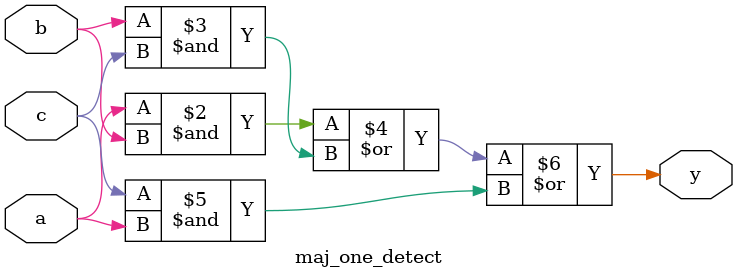
<source format=v>
module maj_one_detect (
    input a, b, c,
    output y
);

    always @(*) begin
        y = (a & b) | (b & c) | (c & a);
        // y = (a | b) & (b | c) & (c | a); self-dual of above expression
        // y = (~a & ~b) | (~b & ~c) | (~c & ~a);
        // y = (~a | ~b) & (~b | ~c) & (~c | ~a);
    end
    
endmodule
</source>
